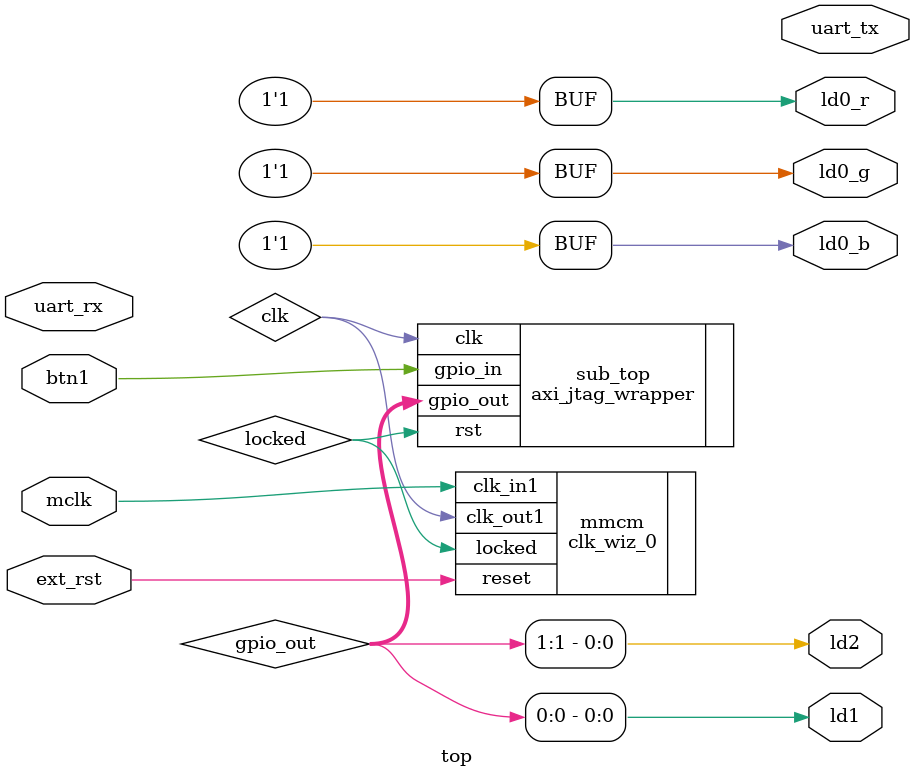
<source format=sv>
module top(
    input mclk, ext_rst,    //12MHz clk(L17) is mclk, btn0(A18) is ext_rst
    output ld1,ld2,ld0_r,ld0_g,ld0_b,   //on board leds
    input uart_rx,  //J17
    output uart_tx, //J18
    input btn1 //B18
    );
    logic clk,locked;
    logic [1:0]gpio_out;
    assign ld1=gpio_out[0];
    assign ld2=gpio_out[1];
    assign ld0_r=1;
    assign ld0_g=1;
    assign ld0_b=1;
    
    clk_wiz_0 mmcm(
        .clk_out1(clk),     // output clk_out1
        .reset(ext_rst), // input reset
        .locked(locked),       // output locked
        .clk_in1(mclk)
    );
    
    axi_jtag_wrapper sub_top(
        .clk(clk),
        .rst(locked),
        .gpio_in(btn1),
        .gpio_out(gpio_out)
    );
    assign uart_tx=uart_tx;
    
    /*
    uart2axi_gpio_wrapper sub_top(
        .clk(clk),
        .rst(locked),
        .gpio_in(btn1),
        .gpio_out(gpio_out),
        .uart_rx(uart_rx),
        .uart_tx(uart_tx)
    );
    */
endmodule

</source>
